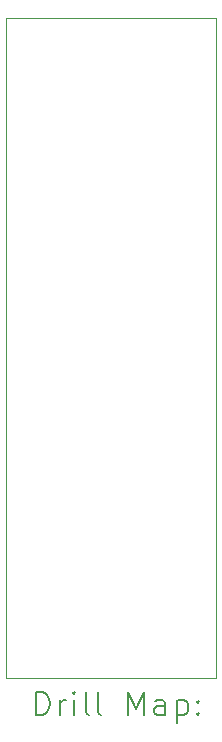
<source format=gbr>
%TF.GenerationSoftware,KiCad,Pcbnew,8.0.8*%
%TF.CreationDate,2025-02-04T18:57:20-05:00*%
%TF.ProjectId,zuul,7a75756c-2e6b-4696-9361-645f70636258,rev?*%
%TF.SameCoordinates,Original*%
%TF.FileFunction,Drillmap*%
%TF.FilePolarity,Positive*%
%FSLAX45Y45*%
G04 Gerber Fmt 4.5, Leading zero omitted, Abs format (unit mm)*
G04 Created by KiCad (PCBNEW 8.0.8) date 2025-02-04 18:57:20*
%MOMM*%
%LPD*%
G01*
G04 APERTURE LIST*
%ADD10C,0.100000*%
%ADD11C,0.200000*%
G04 APERTURE END LIST*
D10*
X2794000Y-2540000D02*
X4572000Y-2540000D01*
X4572000Y-8128000D01*
X2794000Y-8128000D01*
X2794000Y-2540000D01*
D11*
X3049777Y-8444484D02*
X3049777Y-8244484D01*
X3049777Y-8244484D02*
X3097396Y-8244484D01*
X3097396Y-8244484D02*
X3125967Y-8254008D01*
X3125967Y-8254008D02*
X3145015Y-8273055D01*
X3145015Y-8273055D02*
X3154539Y-8292103D01*
X3154539Y-8292103D02*
X3164062Y-8330198D01*
X3164062Y-8330198D02*
X3164062Y-8358769D01*
X3164062Y-8358769D02*
X3154539Y-8396865D01*
X3154539Y-8396865D02*
X3145015Y-8415912D01*
X3145015Y-8415912D02*
X3125967Y-8434960D01*
X3125967Y-8434960D02*
X3097396Y-8444484D01*
X3097396Y-8444484D02*
X3049777Y-8444484D01*
X3249777Y-8444484D02*
X3249777Y-8311150D01*
X3249777Y-8349246D02*
X3259301Y-8330198D01*
X3259301Y-8330198D02*
X3268824Y-8320674D01*
X3268824Y-8320674D02*
X3287872Y-8311150D01*
X3287872Y-8311150D02*
X3306920Y-8311150D01*
X3373586Y-8444484D02*
X3373586Y-8311150D01*
X3373586Y-8244484D02*
X3364062Y-8254008D01*
X3364062Y-8254008D02*
X3373586Y-8263531D01*
X3373586Y-8263531D02*
X3383110Y-8254008D01*
X3383110Y-8254008D02*
X3373586Y-8244484D01*
X3373586Y-8244484D02*
X3373586Y-8263531D01*
X3497396Y-8444484D02*
X3478348Y-8434960D01*
X3478348Y-8434960D02*
X3468824Y-8415912D01*
X3468824Y-8415912D02*
X3468824Y-8244484D01*
X3602158Y-8444484D02*
X3583110Y-8434960D01*
X3583110Y-8434960D02*
X3573586Y-8415912D01*
X3573586Y-8415912D02*
X3573586Y-8244484D01*
X3830729Y-8444484D02*
X3830729Y-8244484D01*
X3830729Y-8244484D02*
X3897396Y-8387341D01*
X3897396Y-8387341D02*
X3964062Y-8244484D01*
X3964062Y-8244484D02*
X3964062Y-8444484D01*
X4145015Y-8444484D02*
X4145015Y-8339722D01*
X4145015Y-8339722D02*
X4135491Y-8320674D01*
X4135491Y-8320674D02*
X4116443Y-8311150D01*
X4116443Y-8311150D02*
X4078348Y-8311150D01*
X4078348Y-8311150D02*
X4059301Y-8320674D01*
X4145015Y-8434960D02*
X4125967Y-8444484D01*
X4125967Y-8444484D02*
X4078348Y-8444484D01*
X4078348Y-8444484D02*
X4059301Y-8434960D01*
X4059301Y-8434960D02*
X4049777Y-8415912D01*
X4049777Y-8415912D02*
X4049777Y-8396865D01*
X4049777Y-8396865D02*
X4059301Y-8377817D01*
X4059301Y-8377817D02*
X4078348Y-8368293D01*
X4078348Y-8368293D02*
X4125967Y-8368293D01*
X4125967Y-8368293D02*
X4145015Y-8358769D01*
X4240253Y-8311150D02*
X4240253Y-8511150D01*
X4240253Y-8320674D02*
X4259301Y-8311150D01*
X4259301Y-8311150D02*
X4297396Y-8311150D01*
X4297396Y-8311150D02*
X4316444Y-8320674D01*
X4316444Y-8320674D02*
X4325967Y-8330198D01*
X4325967Y-8330198D02*
X4335491Y-8349246D01*
X4335491Y-8349246D02*
X4335491Y-8406389D01*
X4335491Y-8406389D02*
X4325967Y-8425436D01*
X4325967Y-8425436D02*
X4316444Y-8434960D01*
X4316444Y-8434960D02*
X4297396Y-8444484D01*
X4297396Y-8444484D02*
X4259301Y-8444484D01*
X4259301Y-8444484D02*
X4240253Y-8434960D01*
X4421205Y-8425436D02*
X4430729Y-8434960D01*
X4430729Y-8434960D02*
X4421205Y-8444484D01*
X4421205Y-8444484D02*
X4411682Y-8434960D01*
X4411682Y-8434960D02*
X4421205Y-8425436D01*
X4421205Y-8425436D02*
X4421205Y-8444484D01*
X4421205Y-8320674D02*
X4430729Y-8330198D01*
X4430729Y-8330198D02*
X4421205Y-8339722D01*
X4421205Y-8339722D02*
X4411682Y-8330198D01*
X4411682Y-8330198D02*
X4421205Y-8320674D01*
X4421205Y-8320674D02*
X4421205Y-8339722D01*
M02*

</source>
